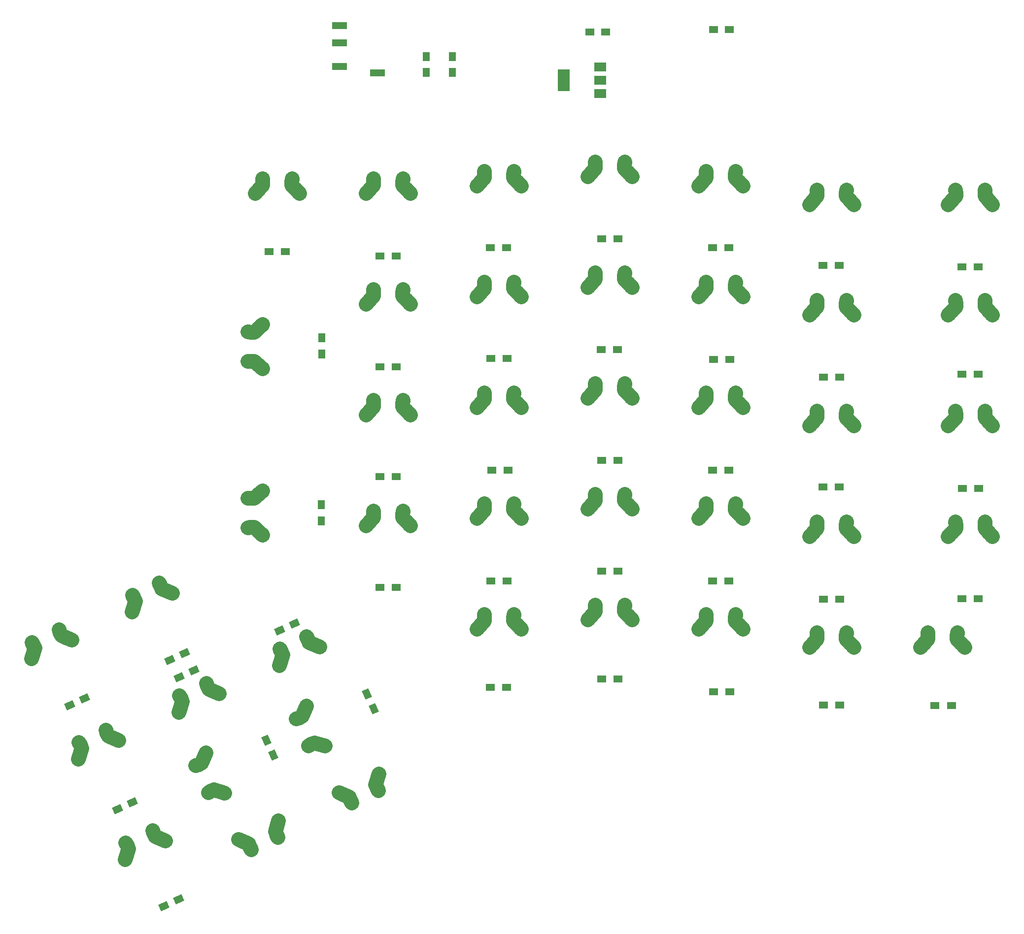
<source format=gbp>
G04 #@! TF.GenerationSoftware,KiCad,Pcbnew,(5.0.2)-1*
G04 #@! TF.CreationDate,2019-01-24T20:15:45+05:30*
G04 #@! TF.ProjectId,ErgodoxBle,4572676f-646f-4784-926c-652e6b696361,rev?*
G04 #@! TF.SameCoordinates,Original*
G04 #@! TF.FileFunction,Paste,Bot*
G04 #@! TF.FilePolarity,Positive*
%FSLAX46Y46*%
G04 Gerber Fmt 4.6, Leading zero omitted, Abs format (unit mm)*
G04 Created by KiCad (PCBNEW (5.0.2)-1) date 1/24/2019 8:15:45 PM*
%MOMM*%
%LPD*%
G01*
G04 APERTURE LIST*
%ADD10C,2.500000*%
%ADD11C,2.500000*%
%ADD12C,1.200000*%
%ADD13C,0.100000*%
%ADD14R,1.600000X1.200000*%
%ADD15R,1.200000X1.600000*%
%ADD16R,1.500000X1.200000*%
%ADD17R,1.200000X1.500000*%
%ADD18R,2.000000X3.800000*%
%ADD19R,2.000000X1.500000*%
%ADD20R,2.500000X1.200000*%
G04 APERTURE END LIST*
D10*
G04 #@! TO.C,SW3:13*
X194607500Y-101832660D03*
D11*
X195262495Y-102562664D02*
X193952505Y-101102656D01*
D10*
X188297500Y-101832660D03*
D11*
X187642505Y-102562664D02*
X188952495Y-101102656D01*
D10*
X188932500Y-100312660D03*
D11*
X188912501Y-100022660D02*
X188952499Y-100602660D01*
D10*
X193972500Y-100312660D03*
D11*
X193992499Y-100022660D02*
X193952501Y-100602660D01*
G04 #@! TD*
D10*
G04 #@! TO.C,SW2:13*
X194607500Y-120882660D03*
D11*
X195262495Y-121612664D02*
X193952505Y-120152656D01*
D10*
X188297500Y-120882660D03*
D11*
X187642505Y-121612664D02*
X188952495Y-120152656D01*
D10*
X188932500Y-119362660D03*
D11*
X188912501Y-119072660D02*
X188952499Y-119652660D01*
D10*
X193972500Y-119362660D03*
D11*
X193992499Y-119072660D02*
X193952501Y-119652660D01*
G04 #@! TD*
D12*
G04 #@! TO.C,D0:1*
X55439411Y-183957114D03*
D13*
G36*
X54967936Y-184838993D02*
X54460794Y-183751424D01*
X55910886Y-183075235D01*
X56418028Y-184162804D01*
X54967936Y-184838993D01*
X54967936Y-184838993D01*
G37*
D12*
X52901749Y-185140446D03*
D13*
G36*
X52430274Y-186022325D02*
X51923132Y-184934756D01*
X53373224Y-184258567D01*
X53880366Y-185346136D01*
X52430274Y-186022325D01*
X52430274Y-186022325D01*
G37*
G04 #@! TD*
D12*
G04 #@! TO.C,D0:2*
X71671120Y-159124662D03*
D13*
G36*
X72552999Y-159596137D02*
X71465430Y-160103279D01*
X70789241Y-158653187D01*
X71876810Y-158146045D01*
X72552999Y-159596137D01*
X72552999Y-159596137D01*
G37*
D12*
X70487788Y-156587000D03*
D13*
G36*
X71369667Y-157058475D02*
X70282098Y-157565617D01*
X69605909Y-156115525D01*
X70693478Y-155608383D01*
X71369667Y-157058475D01*
X71369667Y-157058475D01*
G37*
G04 #@! TD*
D12*
G04 #@! TO.C,D0:3*
X87800334Y-148591169D03*
D13*
G36*
X88682213Y-149062644D02*
X87594644Y-149569786D01*
X86918455Y-148119694D01*
X88006024Y-147612552D01*
X88682213Y-149062644D01*
X88682213Y-149062644D01*
G37*
D12*
X88983666Y-151128831D03*
D13*
G36*
X89865545Y-151600306D02*
X88777976Y-152107448D01*
X88101787Y-150657356D01*
X89189356Y-150150214D01*
X89865545Y-151600306D01*
X89865545Y-151600306D01*
G37*
G04 #@! TD*
D12*
G04 #@! TO.C,D0:4*
X44938938Y-168445120D03*
D13*
G36*
X44467463Y-169326999D02*
X43960321Y-168239430D01*
X45410413Y-167563241D01*
X45917555Y-168650810D01*
X44467463Y-169326999D01*
X44467463Y-169326999D01*
G37*
D12*
X47476600Y-167261788D03*
D13*
G36*
X47005125Y-168143667D02*
X46497983Y-167056098D01*
X47948075Y-166379909D01*
X48455217Y-167467478D01*
X47005125Y-168143667D01*
X47005125Y-168143667D01*
G37*
G04 #@! TD*
D12*
G04 #@! TO.C,D0:5*
X56442800Y-141582388D03*
D13*
G36*
X55971325Y-142464267D02*
X55464183Y-141376698D01*
X56914275Y-140700509D01*
X57421417Y-141788078D01*
X55971325Y-142464267D01*
X55971325Y-142464267D01*
G37*
D12*
X53905138Y-142765720D03*
D13*
G36*
X53433663Y-143647599D02*
X52926521Y-142560030D01*
X54376613Y-141883841D01*
X54883755Y-142971410D01*
X53433663Y-143647599D01*
X53433663Y-143647599D01*
G37*
G04 #@! TD*
D12*
G04 #@! TO.C,D0:6*
X36704169Y-150578666D03*
D13*
G36*
X36232694Y-151460545D02*
X35725552Y-150372976D01*
X37175644Y-149696787D01*
X37682786Y-150784356D01*
X36232694Y-151460545D01*
X36232694Y-151460545D01*
G37*
D12*
X39241831Y-149395334D03*
D13*
G36*
X38770356Y-150277213D02*
X38263214Y-149189644D01*
X39713306Y-148513455D01*
X40220448Y-149601024D01*
X38770356Y-150277213D01*
X38770356Y-150277213D01*
G37*
G04 #@! TD*
D14*
G04 #@! TO.C,D1:0*
X185383980Y-150588980D03*
X188183980Y-150588980D03*
G04 #@! TD*
G04 #@! TO.C,D1:2*
X147317000Y-148209000D03*
X150117000Y-148209000D03*
G04 #@! TD*
G04 #@! TO.C,D1:3*
X130940000Y-146050000D03*
X128140000Y-146050000D03*
G04 #@! TD*
G04 #@! TO.C,D1:4*
X108963000Y-147447000D03*
X111763000Y-147447000D03*
G04 #@! TD*
D12*
G04 #@! TO.C,D1:5*
X72772169Y-137668000D03*
D13*
G36*
X72300694Y-138549879D02*
X71793552Y-137462310D01*
X73243644Y-136786121D01*
X73750786Y-137873690D01*
X72300694Y-138549879D01*
X72300694Y-138549879D01*
G37*
D12*
X75309831Y-136484668D03*
D13*
G36*
X74838356Y-137366547D02*
X74331214Y-136278978D01*
X75781306Y-135602789D01*
X76288448Y-136690358D01*
X74838356Y-137366547D01*
X74838356Y-137366547D01*
G37*
G04 #@! TD*
D12*
G04 #@! TO.C,D1:6*
X58037831Y-144569334D03*
D13*
G36*
X57566356Y-145451213D02*
X57059214Y-144363644D01*
X58509306Y-143687455D01*
X59016448Y-144775024D01*
X57566356Y-145451213D01*
X57566356Y-145451213D01*
G37*
D12*
X55500169Y-145752666D03*
D13*
G36*
X55028694Y-146634545D02*
X54521552Y-145546976D01*
X55971644Y-144870787D01*
X56478786Y-145958356D01*
X55028694Y-146634545D01*
X55028694Y-146634545D01*
G37*
G04 #@! TD*
D14*
G04 #@! TO.C,D1:!1*
X166240000Y-150563580D03*
X169040000Y-150563580D03*
G04 #@! TD*
G04 #@! TO.C,D2:0*
X192789000Y-132207000D03*
X189989000Y-132207000D03*
G04 #@! TD*
G04 #@! TO.C,D2:1*
X169040000Y-132334000D03*
X166240000Y-132334000D03*
G04 #@! TD*
G04 #@! TO.C,D2:2*
X147190000Y-129159000D03*
X149990000Y-129159000D03*
G04 #@! TD*
G04 #@! TO.C,D2:3*
X130940000Y-127508000D03*
X128140000Y-127508000D03*
G04 #@! TD*
G04 #@! TO.C,D2:4*
X109090000Y-129159000D03*
X111890000Y-129159000D03*
G04 #@! TD*
G04 #@! TO.C,D2:5*
X92840000Y-130302000D03*
X90040000Y-130302000D03*
G04 #@! TD*
D15*
G04 #@! TO.C,D2:6*
X79959200Y-118849600D03*
X79959200Y-116049600D03*
G04 #@! TD*
D14*
G04 #@! TO.C,D3:0*
X190116000Y-113284000D03*
X192916000Y-113284000D03*
G04 #@! TD*
G04 #@! TO.C,D3:1*
X168913000Y-113030000D03*
X166113000Y-113030000D03*
G04 #@! TD*
G04 #@! TO.C,D3:2*
X147190000Y-110109000D03*
X149990000Y-110109000D03*
G04 #@! TD*
G04 #@! TO.C,D3:3*
X130940000Y-108458000D03*
X128140000Y-108458000D03*
G04 #@! TD*
G04 #@! TO.C,D3:4*
X109217000Y-110109000D03*
X112017000Y-110109000D03*
G04 #@! TD*
G04 #@! TO.C,D3:5*
X92840000Y-111252000D03*
X90040000Y-111252000D03*
G04 #@! TD*
G04 #@! TO.C,D4:0*
X189963600Y-93599000D03*
X192763600Y-93599000D03*
G04 #@! TD*
G04 #@! TO.C,D4:1*
X169040000Y-94107000D03*
X166240000Y-94107000D03*
G04 #@! TD*
G04 #@! TO.C,D4:2*
X147317000Y-91059000D03*
X150117000Y-91059000D03*
G04 #@! TD*
G04 #@! TO.C,D4:3*
X130813000Y-89408000D03*
X128013000Y-89408000D03*
G04 #@! TD*
G04 #@! TO.C,D4:4*
X109090000Y-90932000D03*
X111890000Y-90932000D03*
G04 #@! TD*
G04 #@! TO.C,D4:5*
X92840000Y-92329000D03*
X90040000Y-92329000D03*
G04 #@! TD*
D15*
G04 #@! TO.C,D4:6*
X80010000Y-90198400D03*
X80010000Y-87398400D03*
G04 #@! TD*
D14*
G04 #@! TO.C,D5:0*
X192789000Y-75184000D03*
X189989000Y-75184000D03*
G04 #@! TD*
G04 #@! TO.C,D5:1*
X166113000Y-74930000D03*
X168913000Y-74930000D03*
G04 #@! TD*
G04 #@! TO.C,D5:2*
X149990000Y-71882000D03*
X147190000Y-71882000D03*
G04 #@! TD*
G04 #@! TO.C,D5:3*
X128140000Y-70358000D03*
X130940000Y-70358000D03*
G04 #@! TD*
G04 #@! TO.C,D5:4*
X111763000Y-71882000D03*
X108963000Y-71882000D03*
G04 #@! TD*
G04 #@! TO.C,D5:5*
X90040000Y-73279000D03*
X92840000Y-73279000D03*
G04 #@! TD*
G04 #@! TO.C,D5:6*
X73790000Y-72517000D03*
X70990000Y-72517000D03*
G04 #@! TD*
D10*
G04 #@! TO.C,SW0:7*
X36176379Y-138971713D03*
D11*
X37078520Y-139356509D02*
X35274238Y-138586917D01*
D10*
X30457577Y-141638434D03*
D11*
X30172463Y-142576856D02*
X30742691Y-140700012D01*
D10*
X30390703Y-139992484D03*
D11*
X30250018Y-139738107D02*
X30531388Y-140246861D01*
D10*
X34958494Y-137862488D03*
D11*
X34854060Y-137591207D02*
X35062928Y-138133769D01*
G04 #@! TD*
D10*
G04 #@! TO.C,SW0:8*
X53440759Y-130922453D03*
D11*
X54342900Y-131307249D02*
X52538618Y-130537657D01*
D10*
X47721957Y-133589174D03*
D11*
X47436843Y-134527596D02*
X48007071Y-132650752D01*
D10*
X47655083Y-131943224D03*
D11*
X47514398Y-131688847D02*
X47795768Y-132197601D01*
D10*
X52222874Y-129813228D03*
D11*
X52118440Y-129541947D02*
X52327308Y-130084509D01*
G04 #@! TD*
D10*
G04 #@! TO.C,SW0:9*
X43007754Y-155126868D03*
D11*
X42903320Y-154855587D02*
X43112188Y-155398149D01*
D10*
X38439963Y-157256864D03*
D11*
X38299278Y-157002487D02*
X38580648Y-157511241D01*
D10*
X38506837Y-158902814D03*
D11*
X38221723Y-159841236D02*
X38791951Y-157964392D01*
D10*
X44225639Y-156236093D03*
D11*
X45127780Y-156620889D02*
X43323498Y-155851297D01*
G04 #@! TD*
D10*
G04 #@! TO.C,SW0:10*
X75896648Y-152805926D03*
D11*
X75625367Y-152910360D02*
X76167929Y-152701492D01*
D10*
X78026644Y-157373717D03*
D11*
X77772267Y-157514402D02*
X78281021Y-157233032D01*
D10*
X79672594Y-157306843D03*
D11*
X80611016Y-157591957D02*
X78734172Y-157021729D01*
D10*
X77005873Y-151588041D03*
D11*
X77390669Y-150685900D02*
X76621077Y-152490182D01*
G04 #@! TD*
D10*
G04 #@! TO.C,SW0:11*
X59741493Y-159639841D03*
D11*
X60126289Y-158737700D02*
X59356697Y-160541982D01*
D10*
X62408214Y-165358643D03*
D11*
X63346636Y-165643757D02*
X61469792Y-165073529D01*
D10*
X60762264Y-165425517D03*
D11*
X60507887Y-165566202D02*
X61016641Y-165284832D01*
D10*
X58632268Y-160857726D03*
D11*
X58360987Y-160962160D02*
X58903549Y-160753292D01*
G04 #@! TD*
D10*
G04 #@! TO.C,SW0:12*
X51059554Y-172393788D03*
D11*
X50955120Y-172122507D02*
X51163988Y-172665069D01*
D10*
X46491763Y-174523784D03*
D11*
X46351078Y-174269407D02*
X46632448Y-174778161D01*
D10*
X46558637Y-176169734D03*
D11*
X46273523Y-177108156D02*
X46843751Y-175231312D01*
D10*
X52277439Y-173503013D03*
D11*
X53179580Y-173887809D02*
X51375298Y-173118217D01*
G04 #@! TD*
D10*
G04 #@! TO.C,SW1:9*
X113645000Y-136757660D03*
D11*
X114299995Y-137487664D02*
X112990005Y-136027656D01*
D10*
X107335000Y-136757660D03*
D11*
X106680005Y-137487664D02*
X107989995Y-136027656D01*
D10*
X107970000Y-135237660D03*
D11*
X107950001Y-134947660D02*
X107989999Y-135527660D01*
D10*
X113010000Y-135237660D03*
D11*
X113029999Y-134947660D02*
X112990001Y-135527660D01*
G04 #@! TD*
D10*
G04 #@! TO.C,SW1:10*
X132060000Y-133640000D03*
D11*
X132079999Y-133350000D02*
X132040001Y-133930000D01*
D10*
X127020000Y-133640000D03*
D11*
X127000001Y-133350000D02*
X127039999Y-133930000D01*
D10*
X126385000Y-135160000D03*
D11*
X125730005Y-135890004D02*
X127039995Y-134429996D01*
D10*
X132695000Y-135160000D03*
D11*
X133349995Y-135890004D02*
X132040005Y-134429996D01*
G04 #@! TD*
D10*
G04 #@! TO.C,SW1:11*
X151745000Y-136757660D03*
D11*
X152399995Y-137487664D02*
X151090005Y-136027656D01*
D10*
X145435000Y-136757660D03*
D11*
X144780005Y-137487664D02*
X146089995Y-136027656D01*
D10*
X146070000Y-135237660D03*
D11*
X146050001Y-134947660D02*
X146089999Y-135527660D01*
D10*
X151110000Y-135237660D03*
D11*
X151129999Y-134947660D02*
X151090001Y-135527660D01*
G04 #@! TD*
D10*
G04 #@! TO.C,SW1:12*
X170160000Y-138412660D03*
D11*
X170179999Y-138122660D02*
X170140001Y-138702660D01*
D10*
X165120000Y-138412660D03*
D11*
X165100001Y-138122660D02*
X165139999Y-138702660D01*
D10*
X164485000Y-139932660D03*
D11*
X163830005Y-140662664D02*
X165139995Y-139202656D01*
D10*
X170795000Y-139932660D03*
D11*
X171449995Y-140662664D02*
X170140005Y-139202656D01*
G04 #@! TD*
D10*
G04 #@! TO.C,SW1:13*
X189210000Y-138412660D03*
D11*
X189229999Y-138122660D02*
X189190001Y-138702660D01*
D10*
X184170000Y-138412660D03*
D11*
X184150001Y-138122660D02*
X184189999Y-138702660D01*
D10*
X183535000Y-139932660D03*
D11*
X182880005Y-140662664D02*
X184189995Y-139202656D01*
D10*
X189845000Y-139932660D03*
D11*
X190499995Y-140662664D02*
X189190005Y-139202656D01*
G04 #@! TD*
D10*
G04 #@! TO.C,SW2:7*
X67600000Y-114965160D03*
D11*
X67310000Y-114945161D02*
X67890000Y-114985159D01*
D10*
X67600000Y-120005160D03*
D11*
X67310000Y-120025159D02*
X67890000Y-119985161D01*
D10*
X69120000Y-120640160D03*
D11*
X69850004Y-121295155D02*
X68389996Y-119985165D01*
D10*
X69120000Y-114330160D03*
D11*
X69850004Y-113675165D02*
X68389996Y-114985155D01*
G04 #@! TD*
D10*
G04 #@! TO.C,SW2:8*
X93960000Y-117457660D03*
D11*
X93979999Y-117167660D02*
X93940001Y-117747660D01*
D10*
X88920000Y-117457660D03*
D11*
X88900001Y-117167660D02*
X88939999Y-117747660D01*
D10*
X88285000Y-118977660D03*
D11*
X87630005Y-119707664D02*
X88939995Y-118247656D01*
D10*
X94595000Y-118977660D03*
D11*
X95249995Y-119707664D02*
X93940005Y-118247656D01*
G04 #@! TD*
D10*
G04 #@! TO.C,SW2:9*
X113645000Y-117707660D03*
D11*
X114299995Y-118437664D02*
X112990005Y-116977656D01*
D10*
X107335000Y-117707660D03*
D11*
X106680005Y-118437664D02*
X107989995Y-116977656D01*
D10*
X107970000Y-116187660D03*
D11*
X107950001Y-115897660D02*
X107989999Y-116477660D01*
D10*
X113010000Y-116187660D03*
D11*
X113029999Y-115897660D02*
X112990001Y-116477660D01*
G04 #@! TD*
D10*
G04 #@! TO.C,SW2:10*
X132060000Y-114590000D03*
D11*
X132079999Y-114300000D02*
X132040001Y-114880000D01*
D10*
X127020000Y-114590000D03*
D11*
X127000001Y-114300000D02*
X127039999Y-114880000D01*
D10*
X126385000Y-116110000D03*
D11*
X125730005Y-116840004D02*
X127039995Y-115379996D01*
D10*
X132695000Y-116110000D03*
D11*
X133349995Y-116840004D02*
X132040005Y-115379996D01*
G04 #@! TD*
D10*
G04 #@! TO.C,SW2:11*
X151110000Y-116187660D03*
D11*
X151129999Y-115897660D02*
X151090001Y-116477660D01*
D10*
X146070000Y-116187660D03*
D11*
X146050001Y-115897660D02*
X146089999Y-116477660D01*
D10*
X145435000Y-117707660D03*
D11*
X144780005Y-118437664D02*
X146089995Y-116977656D01*
D10*
X151745000Y-117707660D03*
D11*
X152399995Y-118437664D02*
X151090005Y-116977656D01*
G04 #@! TD*
D10*
G04 #@! TO.C,SW2:12*
X170160000Y-119362660D03*
D11*
X170179999Y-119072660D02*
X170140001Y-119652660D01*
D10*
X165120000Y-119362660D03*
D11*
X165100001Y-119072660D02*
X165139999Y-119652660D01*
D10*
X164485000Y-120882660D03*
D11*
X163830005Y-121612664D02*
X165139995Y-120152656D01*
D10*
X170795000Y-120882660D03*
D11*
X171449995Y-121612664D02*
X170140005Y-120152656D01*
G04 #@! TD*
D10*
G04 #@! TO.C,SW3:8*
X94595000Y-99927660D03*
D11*
X95249995Y-100657664D02*
X93940005Y-99197656D01*
D10*
X88285000Y-99927660D03*
D11*
X87630005Y-100657664D02*
X88939995Y-99197656D01*
D10*
X88920000Y-98407660D03*
D11*
X88900001Y-98117660D02*
X88939999Y-98697660D01*
D10*
X93960000Y-98407660D03*
D11*
X93979999Y-98117660D02*
X93940001Y-98697660D01*
G04 #@! TD*
D10*
G04 #@! TO.C,SW3:9*
X113645000Y-98657660D03*
D11*
X114299995Y-99387664D02*
X112990005Y-97927656D01*
D10*
X107335000Y-98657660D03*
D11*
X106680005Y-99387664D02*
X107989995Y-97927656D01*
D10*
X107970000Y-97137660D03*
D11*
X107950001Y-96847660D02*
X107989999Y-97427660D01*
D10*
X113010000Y-97137660D03*
D11*
X113029999Y-96847660D02*
X112990001Y-97427660D01*
G04 #@! TD*
D10*
G04 #@! TO.C,SW3:10*
X132695000Y-97060000D03*
D11*
X133349995Y-97790004D02*
X132040005Y-96329996D01*
D10*
X126385000Y-97060000D03*
D11*
X125730005Y-97790004D02*
X127039995Y-96329996D01*
D10*
X127020000Y-95540000D03*
D11*
X127000001Y-95250000D02*
X127039999Y-95830000D01*
D10*
X132060000Y-95540000D03*
D11*
X132079999Y-95250000D02*
X132040001Y-95830000D01*
G04 #@! TD*
D10*
G04 #@! TO.C,SW3:11*
X151110000Y-97137660D03*
D11*
X151129999Y-96847660D02*
X151090001Y-97427660D01*
D10*
X146070000Y-97137660D03*
D11*
X146050001Y-96847660D02*
X146089999Y-97427660D01*
D10*
X145435000Y-98657660D03*
D11*
X144780005Y-99387664D02*
X146089995Y-97927656D01*
D10*
X151745000Y-98657660D03*
D11*
X152399995Y-99387664D02*
X151090005Y-97927656D01*
G04 #@! TD*
D10*
G04 #@! TO.C,SW3:12*
X170795000Y-101832660D03*
D11*
X171449995Y-102562664D02*
X170140005Y-101102656D01*
D10*
X164485000Y-101832660D03*
D11*
X163830005Y-102562664D02*
X165139995Y-101102656D01*
D10*
X165120000Y-100312660D03*
D11*
X165100001Y-100022660D02*
X165139999Y-100602660D01*
D10*
X170160000Y-100312660D03*
D11*
X170179999Y-100022660D02*
X170140001Y-100602660D01*
G04 #@! TD*
D10*
G04 #@! TO.C,SW4:7*
X67600000Y-86390160D03*
D11*
X67310000Y-86370161D02*
X67890000Y-86410159D01*
D10*
X67600000Y-91430160D03*
D11*
X67310000Y-91450159D02*
X67890000Y-91410161D01*
D10*
X69120000Y-92065160D03*
D11*
X69850004Y-92720155D02*
X68389996Y-91410165D01*
D10*
X69120000Y-85755160D03*
D11*
X69850004Y-85100165D02*
X68389996Y-86410155D01*
G04 #@! TD*
D10*
G04 #@! TO.C,SW4:8*
X94595000Y-80877660D03*
D11*
X95249995Y-81607664D02*
X93940005Y-80147656D01*
D10*
X88285000Y-80877660D03*
D11*
X87630005Y-81607664D02*
X88939995Y-80147656D01*
D10*
X88920000Y-79357660D03*
D11*
X88900001Y-79067660D02*
X88939999Y-79647660D01*
D10*
X93960000Y-79357660D03*
D11*
X93979999Y-79067660D02*
X93940001Y-79647660D01*
G04 #@! TD*
D10*
G04 #@! TO.C,SW4:9*
X113010000Y-78087660D03*
D11*
X113029999Y-77797660D02*
X112990001Y-78377660D01*
D10*
X107970000Y-78087660D03*
D11*
X107950001Y-77797660D02*
X107989999Y-78377660D01*
D10*
X107335000Y-79607660D03*
D11*
X106680005Y-80337664D02*
X107989995Y-78877656D01*
D10*
X113645000Y-79607660D03*
D11*
X114299995Y-80337664D02*
X112990005Y-78877656D01*
G04 #@! TD*
D10*
G04 #@! TO.C,SW4:10*
X132060000Y-76490000D03*
D11*
X132079999Y-76200000D02*
X132040001Y-76780000D01*
D10*
X127020000Y-76490000D03*
D11*
X127000001Y-76200000D02*
X127039999Y-76780000D01*
D10*
X126385000Y-78010000D03*
D11*
X125730005Y-78740004D02*
X127039995Y-77279996D01*
D10*
X132695000Y-78010000D03*
D11*
X133349995Y-78740004D02*
X132040005Y-77279996D01*
G04 #@! TD*
D10*
G04 #@! TO.C,SW4:11*
X151745000Y-79607660D03*
D11*
X152399995Y-80337664D02*
X151090005Y-78877656D01*
D10*
X145435000Y-79607660D03*
D11*
X144780005Y-80337664D02*
X146089995Y-78877656D01*
D10*
X146070000Y-78087660D03*
D11*
X146050001Y-77797660D02*
X146089999Y-78377660D01*
D10*
X151110000Y-78087660D03*
D11*
X151129999Y-77797660D02*
X151090001Y-78377660D01*
G04 #@! TD*
D10*
G04 #@! TO.C,SW4:12*
X170160000Y-81262660D03*
D11*
X170179999Y-80972660D02*
X170140001Y-81552660D01*
D10*
X165120000Y-81262660D03*
D11*
X165100001Y-80972660D02*
X165139999Y-81552660D01*
D10*
X164485000Y-82782660D03*
D11*
X163830005Y-83512664D02*
X165139995Y-82052656D01*
D10*
X170795000Y-82782660D03*
D11*
X171449995Y-83512664D02*
X170140005Y-82052656D01*
G04 #@! TD*
D10*
G04 #@! TO.C,SW4:13*
X193972500Y-81262660D03*
D11*
X193992499Y-80972660D02*
X193952501Y-81552660D01*
D10*
X188932500Y-81262660D03*
D11*
X188912501Y-80972660D02*
X188952499Y-81552660D01*
D10*
X188297500Y-82782660D03*
D11*
X187642505Y-83512664D02*
X188952495Y-82052656D01*
D10*
X194607500Y-82782660D03*
D11*
X195262495Y-83512664D02*
X193952505Y-82052656D01*
G04 #@! TD*
D10*
G04 #@! TO.C,SW5:7*
X74910000Y-60310200D03*
D11*
X74929999Y-60020200D02*
X74890001Y-60600200D01*
D10*
X69870000Y-60310200D03*
D11*
X69850001Y-60020200D02*
X69889999Y-60600200D01*
D10*
X69235000Y-61830200D03*
D11*
X68580005Y-62560204D02*
X69889995Y-61100196D01*
D10*
X75545000Y-61830200D03*
D11*
X76199995Y-62560204D02*
X74890005Y-61100196D01*
G04 #@! TD*
D10*
G04 #@! TO.C,SW5:8*
X94595000Y-61830200D03*
D11*
X95249995Y-62560204D02*
X93940005Y-61100196D01*
D10*
X88285000Y-61830200D03*
D11*
X87630005Y-62560204D02*
X88939995Y-61100196D01*
D10*
X88920000Y-60310200D03*
D11*
X88900001Y-60020200D02*
X88939999Y-60600200D01*
D10*
X93960000Y-60310200D03*
D11*
X93979999Y-60020200D02*
X93940001Y-60600200D01*
G04 #@! TD*
D10*
G04 #@! TO.C,SW5:9*
X113010000Y-59037660D03*
D11*
X113029999Y-58747660D02*
X112990001Y-59327660D01*
D10*
X107970000Y-59037660D03*
D11*
X107950001Y-58747660D02*
X107989999Y-59327660D01*
D10*
X107335000Y-60557660D03*
D11*
X106680005Y-61287664D02*
X107989995Y-59827656D01*
D10*
X113645000Y-60557660D03*
D11*
X114299995Y-61287664D02*
X112990005Y-59827656D01*
G04 #@! TD*
D10*
G04 #@! TO.C,SW5:10*
X132695000Y-58960000D03*
D11*
X133349995Y-59690004D02*
X132040005Y-58229996D01*
D10*
X126385000Y-58960000D03*
D11*
X125730005Y-59690004D02*
X127039995Y-58229996D01*
D10*
X127020000Y-57440000D03*
D11*
X127000001Y-57150000D02*
X127039999Y-57730000D01*
D10*
X132060000Y-57440000D03*
D11*
X132079999Y-57150000D02*
X132040001Y-57730000D01*
G04 #@! TD*
D10*
G04 #@! TO.C,SW5:11*
X151745000Y-60557660D03*
D11*
X152399995Y-61287664D02*
X151090005Y-59827656D01*
D10*
X145435000Y-60557660D03*
D11*
X144780005Y-61287664D02*
X146089995Y-59827656D01*
D10*
X146070000Y-59037660D03*
D11*
X146050001Y-58747660D02*
X146089999Y-59327660D01*
D10*
X151110000Y-59037660D03*
D11*
X151129999Y-58747660D02*
X151090001Y-59327660D01*
G04 #@! TD*
D10*
G04 #@! TO.C,SW5:12*
X170795000Y-63735200D03*
D11*
X171449995Y-64465204D02*
X170140005Y-63005196D01*
D10*
X164485000Y-63735200D03*
D11*
X163830005Y-64465204D02*
X165139995Y-63005196D01*
D10*
X165120000Y-62215200D03*
D11*
X165100001Y-61925200D02*
X165139999Y-62505200D01*
D10*
X170160000Y-62215200D03*
D11*
X170179999Y-61925200D02*
X170140001Y-62505200D01*
G04 #@! TD*
D10*
G04 #@! TO.C,SW5:13*
X194607500Y-63735200D03*
D11*
X195262495Y-64465204D02*
X193952505Y-63005196D01*
D10*
X188297500Y-63735200D03*
D11*
X187642505Y-64465204D02*
X188952495Y-63005196D01*
D10*
X188932500Y-62215200D03*
D11*
X188912501Y-61925200D02*
X188952499Y-62505200D01*
D10*
X193972500Y-62215200D03*
D11*
X193992499Y-61925200D02*
X193952501Y-62505200D01*
G04 #@! TD*
D10*
G04 #@! TO.C,SX0:10*
X83853861Y-165995927D03*
D11*
X82951720Y-165611131D02*
X84756002Y-166380723D01*
D10*
X89572663Y-163329206D03*
D11*
X89857777Y-162390784D02*
X89287549Y-164267628D01*
D10*
X89639537Y-164975156D03*
D11*
X89780222Y-165229533D02*
X89498852Y-164720779D01*
D10*
X85071746Y-167105152D03*
D11*
X85176180Y-167376433D02*
X84967312Y-166833871D01*
G04 #@! TD*
D10*
G04 #@! TO.C,SX0:11*
X67804826Y-175154412D03*
D11*
X67909260Y-175425693D02*
X67700392Y-174883131D01*
D10*
X72372617Y-173024416D03*
D11*
X72513302Y-173278793D02*
X72231932Y-172770039D01*
D10*
X72305743Y-171378466D03*
D11*
X72590857Y-170440044D02*
X72020629Y-172316888D01*
D10*
X66586941Y-174045187D03*
D11*
X65684800Y-173660391D02*
X67489082Y-174429983D01*
G04 #@! TD*
D10*
G04 #@! TO.C,SX1:7*
X60274674Y-147077608D03*
D11*
X60170240Y-146806327D02*
X60379108Y-147348889D01*
D10*
X55706883Y-149207604D03*
D11*
X55566198Y-148953227D02*
X55847568Y-149461981D01*
D10*
X55773757Y-150853554D03*
D11*
X55488643Y-151791976D02*
X56058871Y-149915132D01*
D10*
X61492559Y-148186833D03*
D11*
X62394700Y-148571629D02*
X60590418Y-147802037D01*
G04 #@! TD*
D10*
G04 #@! TO.C,SX1:8*
X78756939Y-140135033D03*
D11*
X79659080Y-140519829D02*
X77854798Y-139750237D01*
D10*
X73038137Y-142801754D03*
D11*
X72753023Y-143740176D02*
X73323251Y-141863332D01*
D10*
X72971263Y-141155804D03*
D11*
X72830578Y-140901427D02*
X73111948Y-141410181D01*
D10*
X77539054Y-139025808D03*
D11*
X77434620Y-138754527D02*
X77643488Y-139297089D01*
G04 #@! TD*
D16*
G04 #@! TO.C,R_cc1*
X147367000Y-34391600D03*
X150067000Y-34391600D03*
G04 #@! TD*
G04 #@! TO.C,R_cc2*
X126081800Y-34747200D03*
X128781800Y-34747200D03*
G04 #@! TD*
D17*
G04 #@! TO.C,R_scl1*
X102489000Y-41710600D03*
X102489000Y-39010600D03*
G04 #@! TD*
G04 #@! TO.C,R_sda1*
X97993200Y-39036000D03*
X97993200Y-41736000D03*
G04 #@! TD*
D18*
G04 #@! TO.C,U_VR_IC1*
X121553840Y-43113960D03*
D19*
X127853840Y-43113960D03*
X127853840Y-45413960D03*
X127853840Y-40813960D03*
G04 #@! TD*
D20*
G04 #@! TO.C,J_Audio_F1*
X83054120Y-36674920D03*
X83054120Y-33674920D03*
X83054120Y-40674920D03*
X89554120Y-41774920D03*
G04 #@! TD*
M02*

</source>
